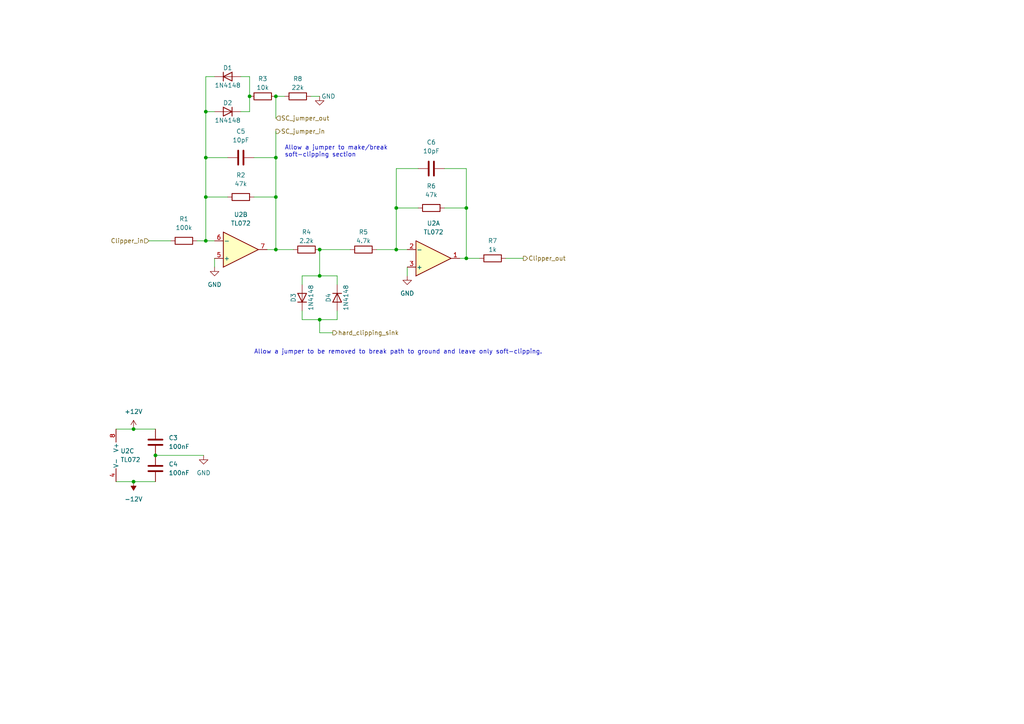
<source format=kicad_sch>
(kicad_sch (version 20211123) (generator eeschema)
  (paper "A4")
  (lib_symbols
    (symbol "Amplifier_Operational:TL072" (pin_names (offset 0.127))
      (property "Reference" "U" (at 0 5.08 0))
      (property "Value" "TL072" (at 0 -5.08 0))
      (symbol "TL072_1_1"
        (polyline (pts (xy -5.08 5.08) (xy 5.08 0) (xy -5.08 -5.08) (xy -5.08 5.08)) (stroke (width 0.254)) (fill (type background)))
        (pin output line (at 7.62 0 180) (length 2.54) (name "~") (number "1"))
        (pin input line (at -7.62 -2.54 0) (length 2.54) (name "-") (number "2"))
        (pin input line (at -7.62 2.54 0) (length 2.54) (name "+") (number "3"))
      )
      (symbol "TL072_2_1"
        (polyline (pts (xy -5.08 5.08) (xy 5.08 0) (xy -5.08 -5.08) (xy -5.08 5.08)) (stroke (width 0.254)) (fill (type background)))
        (pin input line (at -7.62 2.54 0) (length 2.54) (name "+") (number "5"))
        (pin input line (at -7.62 -2.54 0) (length 2.54) (name "-") (number "6"))
        (pin output line (at 7.62 0 180) (length 2.54) (name "~") (number "7"))
      )
      (symbol "TL072_3_1"
        (pin power_in line (at -2.54 -7.62 90) (length 3.81) (name "V-") (number "4"))
        (pin power_in line (at -2.54 7.62 270) (length 3.81) (name "V+") (number "8"))
      )
    )
    (symbol "Device:C" (pin_numbers hide) (pin_names (offset 0.254))
      (property "Reference" "C" (at 0.635 2.54 0))
      (property "Value" "C" (at 0.635 -2.54 0))
      (symbol "C_0_1"
        (polyline (pts (xy -2.032 -0.762) (xy 2.032 -0.762)) (stroke (width 0.508)))
        (polyline (pts (xy -2.032 0.762) (xy 2.032 0.762)) (stroke (width 0.508)))
      )
      (symbol "C_1_1"
        (pin passive line (at 0 3.81 270) (length 2.794) (name "~") (number "1"))
        (pin passive line (at 0 -3.81 90) (length 2.794) (name "~") (number "2"))
      )
    )
    (symbol "Device:R" (pin_numbers hide) (pin_names (offset 0))
      (property "Reference" "R" (at 2.032 0 90))
      (property "Value" "R" (at 0 0 90))
      (symbol "R_0_1"
        (rectangle (start -1.016 -2.54) (end 1.016 2.54) (stroke (width 0.254)))
      )
      (symbol "R_1_1"
        (pin passive line (at 0 3.81 270) (length 1.27) (name "~") (number "1"))
        (pin passive line (at 0 -3.81 90) (length 1.27) (name "~") (number "2"))
      )
    )
    (symbol "Diode:1N4148" (pin_numbers hide) (pin_names (offset 1.016) hide)
      (property "Reference" "D" (at 0 2.54 0))
      (property "Value" "1N4148" (at 0 -2.54 0))
      (symbol "1N4148_0_1"
        (polyline (pts (xy -1.27 1.27) (xy -1.27 -1.27)) (stroke (width 0.254)))
        (polyline (pts (xy 1.27 0) (xy -1.27 0)))
        (polyline (pts (xy 1.27 1.27) (xy 1.27 -1.27) (xy -1.27 0) (xy 1.27 1.27)) (stroke (width 0.254)))
      )
      (symbol "1N4148_1_1"
        (pin passive line (at -3.81 0 0) (length 2.54) (name "K") (number "1"))
        (pin passive line (at 3.81 0 180) (length 2.54) (name "A") (number "2"))
      )
    )
    (symbol "power:+12V" (power) (pin_names (offset 0))
      (property "Value" "+12V" (at 0 3.556 0))
      (symbol "+12V_0_1"
        (polyline (pts (xy -0.762 1.27) (xy 0 2.54)))
        (polyline (pts (xy 0 0) (xy 0 2.54)))
        (polyline (pts (xy 0 2.54) (xy 0.762 1.27)))
      )
      (symbol "+12V_1_1"
        (pin power_in line (at 0 0 90) (length 0) hide (name "+12V") (number "1"))
      )
    )
    (symbol "power:-12V" (power) (pin_names (offset 0))
      (property "Value" "-12V" (at 0 3.81 0))
      (symbol "-12V_0_0"
        (pin power_in line (at 0 0 90) (length 0) hide (name "-12V") (number "1"))
      )
      (symbol "-12V_0_1"
        (polyline (pts (xy 0 0) (xy 0 1.27) (xy 0.762 1.27) (xy 0 2.54) (xy -0.762 1.27) (xy 0 1.27)) (fill (type outline)))
      )
    )
    (symbol "power:GND" (power) (pin_names (offset 0))
      (property "Value" "GND" (at 0 -3.81 0))
      (symbol "GND_0_1"
        (polyline (pts (xy 0 0) (xy 0 -1.27) (xy 1.27 -1.27) (xy 0 -2.54) (xy -1.27 -1.27) (xy 0 -1.27)))
      )
      (symbol "GND_1_1"
        (pin power_in line (at 0 0 270) (length 0) hide (name "GND") (number "1"))
      )
    )
  )
  (junction (at 59.69 45.72))
  (junction (at 114.935 60.325))
  (junction (at 114.935 72.39))
  (junction (at 92.71 92.71))
  (junction (at 72.39 27.94))
  (junction (at 38.735 124.46))
  (junction (at 80.01 57.15))
  (junction (at 135.255 60.325))
  (junction (at 92.71 80.01))
  (junction (at 45.085 132.08))
  (junction (at 80.01 45.72))
  (junction (at 80.01 27.94))
  (junction (at 59.69 57.15))
  (junction (at 59.69 69.85))
  (junction (at 135.255 74.93))
  (junction (at 80.01 72.39))
  (junction (at 92.71 72.39))
  (junction (at 59.69 32.385))
  (junction (at 38.735 139.7))
  (wire (pts (xy 135.255 74.93) (xy 133.35 74.93)))
  (wire (pts (xy 114.935 60.325) (xy 114.935 72.39)))
  (wire (pts (xy 109.22 72.39) (xy 114.935 72.39)))
  (wire (pts (xy 80.01 27.94) (xy 82.55 27.94)))
  (wire (pts (xy 118.11 77.47) (xy 118.11 80.01)))
  (wire (pts (xy 87.63 92.71) (xy 92.71 92.71)))
  (wire (pts (xy 80.01 45.72) (xy 80.01 57.15)))
  (wire (pts (xy 66.04 45.72) (xy 59.69 45.72)))
  (wire (pts (xy 146.685 74.93) (xy 151.765 74.93)))
  (wire (pts (xy 59.69 32.385) (xy 62.23 32.385)))
  (wire (pts (xy 77.47 72.39) (xy 80.01 72.39)))
  (wire (pts (xy 59.69 22.225) (xy 59.69 32.385)))
  (wire (pts (xy 135.255 60.325) (xy 135.255 74.93)))
  (wire (pts (xy 33.655 124.46) (xy 38.735 124.46)))
  (wire (pts (xy 128.905 48.895) (xy 135.255 48.895)))
  (wire (pts (xy 80.01 57.15) (xy 73.66 57.15)))
  (wire (pts (xy 80.01 57.15) (xy 80.01 72.39)))
  (wire (pts (xy 114.935 72.39) (xy 118.11 72.39)))
  (wire (pts (xy 59.69 22.225) (xy 62.23 22.225)))
  (wire (pts (xy 135.255 48.895) (xy 135.255 60.325)))
  (wire (pts (xy 92.71 96.52) (xy 96.52 96.52)))
  (wire (pts (xy 97.79 80.01) (xy 97.79 82.55)))
  (wire (pts (xy 59.69 32.385) (xy 59.69 45.72)))
  (wire (pts (xy 66.04 57.15) (xy 59.69 57.15)))
  (wire (pts (xy 69.85 22.225) (xy 72.39 22.225)))
  (wire (pts (xy 87.63 82.55) (xy 87.63 80.01)))
  (wire (pts (xy 72.39 32.385) (xy 69.85 32.385)))
  (wire (pts (xy 59.69 57.15) (xy 59.69 69.85)))
  (wire (pts (xy 92.71 72.39) (xy 101.6 72.39)))
  (wire (pts (xy 72.39 27.94) (xy 72.39 32.385)))
  (wire (pts (xy 92.71 92.71) (xy 92.71 96.52)))
  (wire (pts (xy 73.66 45.72) (xy 80.01 45.72)))
  (wire (pts (xy 92.71 80.01) (xy 97.79 80.01)))
  (wire (pts (xy 80.01 27.94) (xy 80.01 34.29)))
  (wire (pts (xy 90.17 27.94) (xy 92.71 27.94)))
  (wire (pts (xy 62.23 74.93) (xy 62.23 77.47)))
  (wire (pts (xy 92.71 72.39) (xy 92.71 80.01)))
  (wire (pts (xy 87.63 80.01) (xy 92.71 80.01)))
  (wire (pts (xy 92.71 92.71) (xy 97.79 92.71)))
  (wire (pts (xy 59.69 45.72) (xy 59.69 57.15)))
  (wire (pts (xy 135.255 74.93) (xy 139.065 74.93)))
  (wire (pts (xy 43.18 69.85) (xy 49.53 69.85)))
  (wire (pts (xy 114.935 48.895) (xy 114.935 60.325)))
  (wire (pts (xy 57.15 69.85) (xy 59.69 69.85)))
  (wire (pts (xy 33.655 139.7) (xy 38.735 139.7)))
  (wire (pts (xy 38.735 139.7) (xy 45.085 139.7)))
  (wire (pts (xy 97.79 92.71) (xy 97.79 90.17)))
  (wire (pts (xy 135.255 60.325) (xy 128.905 60.325)))
  (wire (pts (xy 38.735 124.46) (xy 45.085 124.46)))
  (wire (pts (xy 121.285 60.325) (xy 114.935 60.325)))
  (wire (pts (xy 80.01 72.39) (xy 85.09 72.39)))
  (wire (pts (xy 72.39 22.225) (xy 72.39 27.94)))
  (wire (pts (xy 121.285 48.895) (xy 114.935 48.895)))
  (wire (pts (xy 45.085 132.08) (xy 59.055 132.08)))
  (wire (pts (xy 59.69 69.85) (xy 62.23 69.85)))
  (wire (pts (xy 80.01 38.1) (xy 80.01 45.72)))
  (wire (pts (xy 87.63 92.71) (xy 87.63 90.17)))
  (text "Allow a jumper to make/break\nsoft-clipping section" (at 82.55 45.72 0) (effects (font (size 1.27 1.27)) (justify left bottom)))
  (text "Allow a jumper to be removed to break path to ground and leave only soft-clipping." (at 73.66 102.87 0) (effects (font (size 1.27 1.27)) (justify left bottom)))
  (hierarchical_label "Clipper_out" (shape output) (at 151.765 74.93 0))
  (hierarchical_label "hard_clipping_sink" (shape output) (at 96.52 96.52 0))
  (hierarchical_label "SC_jumper_out" (shape input) (at 80.01 34.29 0))
  (hierarchical_label "SC_jumper_in" (shape output) (at 80.01 38.1 0))
  (hierarchical_label "Clipper_in" (shape input) (at 43.18 69.85 180))
  (symbol (lib_id "Device:C") (at 69.85 45.72 90) (unit 1)
    (property "Reference" "C5" (at 69.85 38.1 90))
    (property "Value" "10pF" (at 69.85 40.64 90))
    (property "Footprint" "Capacitor_THT:C_Disc_D5.0mm_W2.5mm_P2.50mm" (effects hide))
  )
  (symbol (lib_id "Diode:1N4148") (at 66.04 32.385 0) (mirror y) (unit 1)
    (property "Reference" "D2" (at 66.04 29.845 0))
    (property "Value" "1N4148" (at 66.04 34.925 0))
    (property "Footprint" "Diode_THT:D_DO-35_SOD27_P7.62mm_Horizontal" (effects hide))
    (property "Datasheet" "https://assets.nexperia.com/documents/data-sheet/1N4148_1N4448.pdf" (effects hide))
  )
  (symbol (lib_id "Device:R") (at 86.36 27.94 90) (unit 1)
    (property "Reference" "R8" (at 86.36 22.86 90))
    (property "Value" "22k" (at 86.36 25.4 90))
    (property "Footprint" "Resistor_THT:R_Axial_DIN0207_L6.3mm_D2.5mm_P10.16mm_Horizontal" (effects hide))
  )
  (symbol (lib_id "Device:R") (at 142.875 74.93 90) (unit 1)
    (property "Reference" "R7" (at 142.875 69.85 90))
    (property "Value" "1k" (at 142.875 72.39 90))
    (property "Footprint" "Resistor_THT:R_Axial_DIN0207_L6.3mm_D2.5mm_P10.16mm_Horizontal" (effects hide))
  )
  (symbol (lib_id "Device:R") (at 125.095 60.325 90) (unit 1)
    (property "Reference" "R6" (at 125.095 53.975 90))
    (property "Value" "47k" (at 125.095 56.515 90))
    (property "Footprint" "Resistor_THT:R_Axial_DIN0207_L6.3mm_D2.5mm_P10.16mm_Horizontal" (effects hide))
  )
  (symbol (lib_id "Device:R") (at 105.41 72.39 90) (unit 1)
    (property "Reference" "R5" (at 105.41 67.31 90))
    (property "Value" "4.7k" (at 105.41 69.85 90))
    (property "Footprint" "Resistor_THT:R_Axial_DIN0207_L6.3mm_D2.5mm_P10.16mm_Horizontal" (effects hide))
  )
  (symbol (lib_id "Device:C") (at 45.085 135.89 0) (unit 1)
    (property "Reference" "C4" (at 48.895 134.6199 0) (effects (justify left)))
    (property "Value" "100nF" (at 48.895 137.1599 0) (effects (justify left)))
    (property "Footprint" "Capacitor_THT:C_Disc_D5.0mm_W2.5mm_P2.50mm" (effects hide))
  )
  (symbol (lib_id "Diode:1N4148") (at 97.79 86.36 90) (mirror x) (unit 1)
    (property "Reference" "D4" (at 95.25 86.36 0))
    (property "Value" "1N4148" (at 100.33 86.36 0))
    (property "Footprint" "Diode_THT:D_DO-35_SOD27_P7.62mm_Horizontal" (effects hide))
    (property "Datasheet" "https://assets.nexperia.com/documents/data-sheet/1N4148_1N4448.pdf" (effects hide))
  )
  (symbol (lib_id "Device:R") (at 76.2 27.94 90) (unit 1)
    (property "Reference" "R3" (at 76.2 22.86 90))
    (property "Value" "10k" (at 76.2 25.4 90))
    (property "Footprint" "Resistor_THT:R_Axial_DIN0207_L6.3mm_D2.5mm_P10.16mm_Horizontal" (effects hide))
  )
  (symbol (lib_id "Device:R") (at 53.34 69.85 90) (unit 1)
    (property "Reference" "R1" (at 53.34 63.5 90))
    (property "Value" "100k" (at 53.34 66.04 90))
    (property "Footprint" "Resistor_THT:R_Axial_DIN0207_L6.3mm_D2.5mm_P10.16mm_Horizontal" (effects hide))
  )
  (symbol (lib_id "Device:C") (at 125.095 48.895 90) (unit 1)
    (property "Reference" "C6" (at 125.095 41.275 90))
    (property "Value" "10pF" (at 125.095 43.815 90))
    (property "Footprint" "Capacitor_THT:C_Disc_D5.0mm_W2.5mm_P2.50mm" (effects hide))
  )
  (symbol (lib_id "Diode:1N4148") (at 87.63 86.36 90) (unit 1)
    (property "Reference" "D3" (at 85.09 86.36 0))
    (property "Value" "1N4148" (at 90.17 86.36 0))
    (property "Footprint" "Diode_THT:D_DO-35_SOD27_P7.62mm_Horizontal" (effects hide))
    (property "Datasheet" "https://assets.nexperia.com/documents/data-sheet/1N4148_1N4448.pdf" (effects hide))
  )
  (symbol (lib_id "power:GND") (at 62.23 77.47 0) (unit 1)
    (property "Reference" "#PWR05" (effects hide))
    (property "Value" "GND" (at 62.23 82.55 0))
  )
  (symbol (lib_id "Amplifier_Operational:TL072") (at 69.85 72.39 0) (mirror x) (unit 2)
    (property "Reference" "U2" (at 69.85 62.23 0))
    (property "Value" "TL072" (at 69.85 64.77 0))
    (property "Footprint" "Package_DIP:DIP-8_W7.62mm_Socket" (effects hide))
    (property "Datasheet" "http://www.ti.com/lit/ds/symlink/tl071.pdf" (effects hide))
  )
  (symbol (lib_id "power:+12V") (at 38.735 124.46 0) (unit 1)
    (property "Reference" "#PWR02" (effects hide))
    (property "Value" "+12V" (at 38.735 119.38 0))
  )
  (symbol (lib_id "Amplifier_Operational:TL072") (at 125.73 74.93 0) (mirror x) (unit 1)
    (property "Reference" "U2" (at 125.73 64.77 0))
    (property "Value" "TL072" (at 125.73 67.31 0))
    (property "Footprint" "Package_DIP:DIP-8_W7.62mm_Socket" (effects hide))
    (property "Datasheet" "http://www.ti.com/lit/ds/symlink/tl071.pdf" (effects hide))
  )
  (symbol (lib_id "power:-12V") (at 38.735 139.7 0) (mirror x) (unit 1)
    (property "Reference" "#PWR03" (effects hide))
    (property "Value" "-12V" (at 38.735 144.78 0))
  )
  (symbol (lib_id "Device:R") (at 69.85 57.15 90) (unit 1)
    (property "Reference" "R2" (at 69.85 50.8 90))
    (property "Value" "47k" (at 69.85 53.34 90))
    (property "Footprint" "Resistor_THT:R_Axial_DIN0207_L6.3mm_D2.5mm_P10.16mm_Horizontal" (effects hide))
  )
  (symbol (lib_id "power:GND") (at 59.055 132.08 0) (unit 1)
    (property "Reference" "#PWR04" (effects hide))
    (property "Value" "GND" (at 59.055 137.16 0))
  )
  (symbol (lib_id "Amplifier_Operational:TL072") (at 36.195 132.08 0) (unit 3)
    (property "Reference" "U2" (at 34.925 130.8099 0) (effects (justify left)))
    (property "Value" "TL072" (at 34.925 133.3499 0) (effects (justify left)))
    (property "Footprint" "Package_DIP:DIP-8_W7.62mm_Socket" (effects hide))
    (property "Datasheet" "http://www.ti.com/lit/ds/symlink/tl071.pdf" (effects hide))
  )
  (symbol (lib_id "power:GND") (at 118.11 80.01 0) (unit 1)
    (property "Reference" "#PWR06" (effects hide))
    (property "Value" "GND" (at 118.11 85.09 0))
  )
  (symbol (lib_id "Device:C") (at 45.085 128.27 0) (unit 1)
    (property "Reference" "C3" (at 48.895 126.9999 0) (effects (justify left)))
    (property "Value" "100nF" (at 48.895 129.5399 0) (effects (justify left)))
    (property "Footprint" "Capacitor_THT:C_Disc_D5.0mm_W2.5mm_P2.50mm" (effects hide))
  )
  (symbol (lib_id "Device:R") (at 88.9 72.39 90) (unit 1)
    (property "Reference" "R4" (at 88.9 67.31 90))
    (property "Value" "2.2k" (at 88.9 69.85 90))
    (property "Footprint" "Resistor_THT:R_Axial_DIN0207_L6.3mm_D2.5mm_P10.16mm_Horizontal" (effects hide))
  )
  (symbol (lib_id "Diode:1N4148") (at 66.04 22.225 0) (unit 1)
    (property "Reference" "D1" (at 66.04 19.685 0))
    (property "Value" "1N4148" (at 66.04 24.765 0))
    (property "Footprint" "Diode_THT:D_DO-35_SOD27_P7.62mm_Horizontal" (effects hide))
    (property "Datasheet" "https://assets.nexperia.com/documents/data-sheet/1N4148_1N4448.pdf" (effects hide))
  )
  (symbol (lib_id "power:GND") (at 92.71 27.94 0) (unit 1)
    (property "Reference" "#PWR07" (effects hide))
    (property "Value" "GND" (at 95.25 27.94 0))
  )
)
</source>
